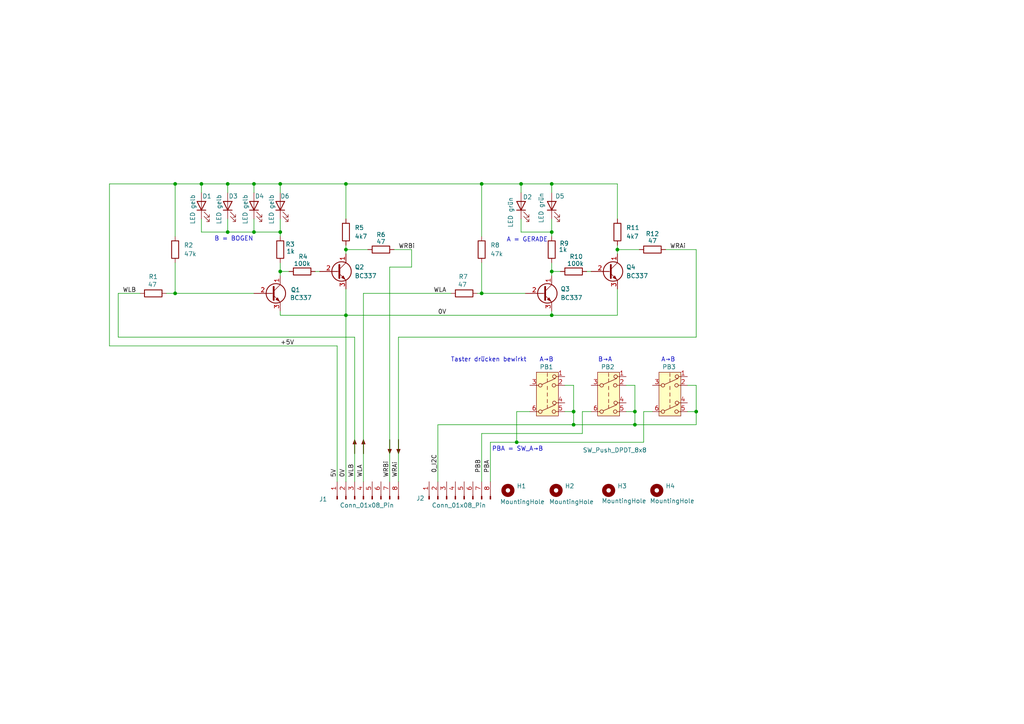
<source format=kicad_sch>
(kicad_sch (version 20231120) (generator "eeschema") (generator_version "8.0")
  (paper "A4")
  (title_block (date "2024-11-24"))
  (lib_symbols
    (symbol "Connector:Conn_01x08_Pin" (pin_names (offset 1.016) hide)
      (property "Reference" "J" (at 0 10.16 0))
      (property "Value" "Conn_01x08_Pin" (at 0 -12.7 0))
      (symbol "Conn_01x08_Pin_1_1"
        (polyline (pts (xy 1.27 -10.16) (xy 0.8636 -10.16)) (stroke (width 0.1524)))
        (polyline (pts (xy 1.27 -7.62) (xy 0.8636 -7.62)) (stroke (width 0.1524)))
        (polyline (pts (xy 1.27 -5.08) (xy 0.8636 -5.08)) (stroke (width 0.1524)))
        (polyline (pts (xy 1.27 -2.54) (xy 0.8636 -2.54)) (stroke (width 0.1524)))
        (polyline (pts (xy 1.27 0) (xy 0.8636 0)) (stroke (width 0.1524)))
        (polyline (pts (xy 1.27 2.54) (xy 0.8636 2.54)) (stroke (width 0.1524)))
        (polyline (pts (xy 1.27 5.08) (xy 0.8636 5.08)) (stroke (width 0.1524)))
        (polyline (pts (xy 1.27 7.62) (xy 0.8636 7.62)) (stroke (width 0.1524)))
        (rectangle (start 0.8636 -10.033) (end 0 -10.287) (stroke (width 0.1524)) (fill (type outline)))
        (rectangle (start 0.8636 -7.493) (end 0 -7.747) (stroke (width 0.1524)) (fill (type outline)))
        (rectangle (start 0.8636 -4.953) (end 0 -5.207) (stroke (width 0.1524)) (fill (type outline)))
        (rectangle (start 0.8636 -2.413) (end 0 -2.667) (stroke (width 0.1524)) (fill (type outline)))
        (rectangle (start 0.8636 0.127) (end 0 -0.127) (stroke (width 0.1524)) (fill (type outline)))
        (rectangle (start 0.8636 2.667) (end 0 2.413) (stroke (width 0.1524)) (fill (type outline)))
        (rectangle (start 0.8636 5.207) (end 0 4.953) (stroke (width 0.1524)) (fill (type outline)))
        (rectangle (start 0.8636 7.747) (end 0 7.493) (stroke (width 0.1524)) (fill (type outline)))
        (pin passive line (at 5.08 7.62 180) (length 3.81) (name "Pin_1") (number "1"))
        (pin passive line (at 5.08 5.08 180) (length 3.81) (name "Pin_2") (number "2"))
        (pin passive line (at 5.08 2.54 180) (length 3.81) (name "Pin_3") (number "3"))
        (pin passive line (at 5.08 0 180) (length 3.81) (name "Pin_4") (number "4"))
        (pin passive line (at 5.08 -2.54 180) (length 3.81) (name "Pin_5") (number "5"))
        (pin passive line (at 5.08 -5.08 180) (length 3.81) (name "Pin_6") (number "6"))
        (pin passive line (at 5.08 -7.62 180) (length 3.81) (name "Pin_7") (number "7"))
        (pin passive line (at 5.08 -10.16 180) (length 3.81) (name "Pin_8") (number "8"))
      )
    )
    (symbol "Device:LED" (pin_numbers hide) (pin_names (offset 1.016) hide)
      (property "Reference" "D" (at 0 2.54 0))
      (property "Value" "LED" (at 0 -2.54 0))
      (symbol "LED_0_1"
        (polyline (pts (xy -1.27 -1.27) (xy -1.27 1.27)) (stroke (width 0.254)))
        (polyline (pts (xy -1.27 0) (xy 1.27 0)))
        (polyline (pts (xy 1.27 -1.27) (xy 1.27 1.27) (xy -1.27 0) (xy 1.27 -1.27)) (stroke (width 0.254)))
        (polyline (pts (xy -3.048 -0.762) (xy -4.572 -2.286) (xy -3.81 -2.286) (xy -4.572 -2.286) (xy -4.572 -1.524)))
        (polyline (pts (xy -1.778 -0.762) (xy -3.302 -2.286) (xy -2.54 -2.286) (xy -3.302 -2.286) (xy -3.302 -1.524)))
      )
      (symbol "LED_1_1"
        (pin passive line (at -3.81 0 0) (length 2.54) (name "K") (number "1"))
        (pin passive line (at 3.81 0 180) (length 2.54) (name "A") (number "2"))
      )
    )
    (symbol "Device:R" (pin_numbers hide) (pin_names (offset 0))
      (property "Reference" "R" (at 2.032 0 90))
      (property "Value" "R" (at 0 0 90))
      (symbol "R_0_1"
        (rectangle (start -1.016 -2.54) (end 1.016 2.54) (stroke (width 0.254)))
      )
      (symbol "R_1_1"
        (pin passive line (at 0 3.81 270) (length 1.27) (name "~") (number "1"))
        (pin passive line (at 0 -3.81 90) (length 1.27) (name "~") (number "2"))
      )
    )
    (symbol "Graphic:SYM_Arrow_Small" (in_bom no) (on_board no)
      (symbol "SYM_Arrow_Small_0_1"
        (polyline (pts (xy 1.524 0) (xy -2.032 0)) (stroke (width 0.254)))
        (polyline (pts (xy 2.032 0) (xy 0.762 -0.508) (xy 0.762 0.508) (xy 2.032 0)) (fill (type outline)))
      )
    )
    (symbol "Transistor_BJT:BC337" (pin_names (offset 0) hide)
      (property "Reference" "Q" (at 5.08 1.905 0))
      (property "Value" "BC337" (at 5.08 0 0))
      (symbol "BC337_0_1"
        (polyline (pts (xy 0 0) (xy 0.635 0)))
        (polyline (pts (xy 0.635 0.635) (xy 2.54 2.54)))
        (polyline (pts (xy 0.635 -0.635) (xy 2.54 -2.54) (xy 2.54 -2.54)))
        (polyline (pts (xy 0.635 1.905) (xy 0.635 -1.905) (xy 0.635 -1.905)) (stroke (width 0.508)))
        (polyline (pts (xy 1.27 -1.778) (xy 1.778 -1.27) (xy 2.286 -2.286) (xy 1.27 -1.778) (xy 1.27 -1.778)) (fill (type outline)))
        (circle (center 1.27 0) (radius 2.8194) (stroke (width 0.254)))
      )
      (symbol "BC337_1_1"
        (pin passive line (at 2.54 5.08 270) (length 2.54) (name "C") (number "1"))
        (pin input line (at -5.08 0 0) (length 5.08) (name "B") (number "2"))
        (pin passive line (at 2.54 -5.08 90) (length 2.54) (name "E") (number "3"))
      )
    )
    (symbol "_kh_library:MountingHole" (pin_names (offset 1.016)) (exclude_from_sim yes) (in_bom no)
      (property "Reference" "H" (at 0 5.08 0))
      (property "Value" "MountingHole" (at 0 3.175 0))
      (symbol "MountingHole_0_1"
        (circle (center 0 0) (radius 1.27) (stroke (width 1.27)))
      )
    )
    (symbol "_kh_library:SW_Push_DPDT_8x8" (pin_names (offset 0) hide)
      (property "Reference" "SW" (at 0 10.16 0))
      (property "Value" "SW_Push_DPDT_8x8" (at -0.254 -5.08 0))
      (symbol "SW_Push_DPDT_8x8_0_0"
        (circle (center -2.032 -2.54) (radius 0.508))
        (circle (center -2.032 5.08) (radius 0.508))
        (circle (center 1.905 -2.54) (radius 0.508))
        (circle (center 1.905 5.08) (radius 0.508))
      )
      (symbol "SW_Push_DPDT_8x8_0_1"
        (polyline (pts (xy -1.524 -2.286) (xy 2.3368 -0.5588)))
        (polyline (pts (xy -1.524 5.334) (xy 2.3368 7.0612)))
        (polyline (pts (xy 0 -0.635) (xy 0 -1.524)))
        (polyline (pts (xy 0 0) (xy 0 1.016)))
        (polyline (pts (xy 0 1.905) (xy 0 2.921)))
        (polyline (pts (xy 0 6.985) (xy 0 6.096)))
        (circle (center 2.032 0) (radius 0.508))
        (circle (center 2.032 7.62) (radius 0.508))
      )
      (symbol "SW_Push_DPDT_8x8_1_1"
        (rectangle (start -3.175 8.89) (end 3.175 -3.81) (fill (type background)))
        (polyline (pts (xy 0 3.81) (xy 0 4.826)))
        (polyline (pts (xy 0 7.62) (xy 0 8.636)))
        (pin passive line (at 5.08 7.62 180) (length 2.54) (name "A") (number "1"))
        (pin passive line (at 5.08 5.08 180) (length 2.54) (name "B") (number "2"))
        (pin passive line (at -5.08 5.08 0) (length 2.54) (name "C") (number "3"))
        (pin passive line (at 5.08 0 180) (length 2.54) (name "A") (number "4"))
        (pin passive line (at 5.08 -2.54 180) (length 2.54) (name "B") (number "5"))
        (pin passive line (at -5.08 -2.54 0) (length 2.54) (name "C") (number "6"))
      )
    )
  )
  (junction (at 100.33 91.44))
  (junction (at 81.28 78.74))
  (junction (at 149.86 128.27))
  (junction (at 100.33 72.39))
  (junction (at 100.33 53.34))
  (junction (at 58.42 53.34))
  (junction (at 184.15 123.19))
  (junction (at 50.8 53.34))
  (junction (at 81.28 67.31))
  (junction (at 201.93 119.38))
  (junction (at 81.28 53.34))
  (junction (at 139.7 53.34))
  (junction (at 160.02 53.34))
  (junction (at 166.37 123.19))
  (junction (at 66.04 67.31))
  (junction (at 160.02 67.31))
  (junction (at 50.8 85.09))
  (junction (at 73.66 67.31))
  (junction (at 139.7 85.09))
  (junction (at 66.04 53.34))
  (junction (at 184.15 119.38))
  (junction (at 166.37 119.38))
  (junction (at 179.07 72.39))
  (junction (at 160.02 91.44))
  (junction (at 73.66 53.34))
  (junction (at 151.13 53.34))
  (junction (at 160.02 78.74))
  (wire (pts (xy 151.13 53.34) (xy 160.02 53.34)))
  (wire (pts (xy 81.28 91.44) (xy 100.33 91.44)))
  (wire (pts (xy 34.29 97.79) (xy 34.29 85.09)))
  (wire (pts (xy 139.7 125.73) (xy 139.7 139.7)))
  (wire (pts (xy 58.42 53.34) (xy 66.04 53.34)))
  (wire (pts (xy 139.7 85.09) (xy 152.4 85.09)))
  (wire (pts (xy 160.02 91.44) (xy 179.07 91.44)))
  (wire (pts (xy 179.07 72.39) (xy 185.42 72.39)))
  (wire (pts (xy 163.83 119.38) (xy 166.37 119.38)))
  (wire (pts (xy 139.7 76.2) (xy 139.7 85.09)))
  (wire (pts (xy 179.07 53.34) (xy 179.07 63.5)))
  (wire (pts (xy 119.38 72.39) (xy 114.3 72.39)))
  (wire (pts (xy 113.03 77.47) (xy 119.38 77.47)))
  (wire (pts (xy 160.02 63.5) (xy 160.02 67.31)))
  (wire (pts (xy 73.66 53.34) (xy 73.66 55.88)))
  (wire (pts (xy 186.69 119.38) (xy 186.69 128.27)))
  (wire (pts (xy 184.15 111.76) (xy 181.61 111.76)))
  (wire (pts (xy 166.37 111.76) (xy 163.83 111.76)))
  (wire (pts (xy 179.07 72.39) (xy 179.07 73.66)))
  (wire (pts (xy 50.8 85.09) (xy 73.66 85.09)))
  (wire (pts (xy 97.79 100.33) (xy 97.79 139.7)))
  (wire (pts (xy 168.91 119.38) (xy 168.91 125.73)))
  (wire (pts (xy 58.42 63.5) (xy 58.42 67.31)))
  (wire (pts (xy 81.28 53.34) (xy 100.33 53.34)))
  (wire (pts (xy 181.61 119.38) (xy 184.15 119.38)))
  (wire (pts (xy 170.18 78.74) (xy 171.45 78.74)))
  (wire (pts (xy 31.75 53.34) (xy 50.8 53.34)))
  (wire (pts (xy 100.33 72.39) (xy 100.33 73.66)))
  (wire (pts (xy 160.02 76.2) (xy 160.02 78.74)))
  (wire (pts (xy 81.28 91.44) (xy 81.28 90.17)))
  (wire (pts (xy 100.33 72.39) (xy 106.68 72.39)))
  (wire (pts (xy 142.24 128.27) (xy 142.24 139.7)))
  (wire (pts (xy 100.33 91.44) (xy 160.02 91.44)))
  (wire (pts (xy 58.42 55.88) (xy 58.42 53.34)))
  (wire (pts (xy 201.93 119.38) (xy 201.93 123.19)))
  (wire (pts (xy 73.66 63.5) (xy 73.66 67.31)))
  (wire (pts (xy 100.33 71.12) (xy 100.33 72.39)))
  (wire (pts (xy 160.02 78.74) (xy 162.56 78.74)))
  (wire (pts (xy 115.57 97.79) (xy 115.57 139.7)))
  (wire (pts (xy 127 123.19) (xy 166.37 123.19)))
  (wire (pts (xy 166.37 111.76) (xy 166.37 119.38)))
  (wire (pts (xy 149.86 128.27) (xy 186.69 128.27)))
  (wire (pts (xy 166.37 123.19) (xy 184.15 123.19)))
  (wire (pts (xy 66.04 53.34) (xy 73.66 53.34)))
  (wire (pts (xy 91.44 78.74) (xy 92.71 78.74)))
  (wire (pts (xy 58.42 67.31) (xy 66.04 67.31)))
  (wire (pts (xy 50.8 53.34) (xy 58.42 53.34)))
  (wire (pts (xy 100.33 91.44) (xy 100.33 139.7)))
  (wire (pts (xy 73.66 53.34) (xy 81.28 53.34)))
  (wire (pts (xy 31.75 100.33) (xy 31.75 53.34)))
  (wire (pts (xy 201.93 111.76) (xy 199.39 111.76)))
  (wire (pts (xy 66.04 67.31) (xy 73.66 67.31)))
  (wire (pts (xy 127 139.7) (xy 127 123.19)))
  (wire (pts (xy 81.28 78.74) (xy 81.28 80.01)))
  (wire (pts (xy 184.15 119.38) (xy 184.15 111.76)))
  (wire (pts (xy 166.37 119.38) (xy 166.37 123.19)))
  (wire (pts (xy 153.67 119.38) (xy 149.86 119.38)))
  (wire (pts (xy 201.93 119.38) (xy 201.93 111.76)))
  (wire (pts (xy 160.02 53.34) (xy 179.07 53.34)))
  (wire (pts (xy 138.43 85.09) (xy 139.7 85.09)))
  (wire (pts (xy 100.33 53.34) (xy 139.7 53.34)))
  (wire (pts (xy 50.8 53.34) (xy 50.8 68.58)))
  (wire (pts (xy 48.26 85.09) (xy 50.8 85.09)))
  (wire (pts (xy 105.41 85.09) (xy 105.41 139.7)))
  (wire (pts (xy 189.23 119.38) (xy 186.69 119.38)))
  (wire (pts (xy 34.29 97.79) (xy 102.87 97.79)))
  (wire (pts (xy 34.29 85.09) (xy 40.64 85.09)))
  (wire (pts (xy 102.87 97.79) (xy 102.87 139.7)))
  (wire (pts (xy 184.15 119.38) (xy 184.15 123.19)))
  (wire (pts (xy 151.13 63.5) (xy 151.13 67.31)))
  (wire (pts (xy 151.13 53.34) (xy 151.13 55.88)))
  (wire (pts (xy 142.24 128.27) (xy 149.86 128.27)))
  (wire (pts (xy 119.38 77.47) (xy 119.38 72.39)))
  (wire (pts (xy 151.13 67.31) (xy 160.02 67.31)))
  (wire (pts (xy 105.41 85.09) (xy 130.81 85.09)))
  (wire (pts (xy 139.7 53.34) (xy 151.13 53.34)))
  (wire (pts (xy 201.93 72.39) (xy 201.93 97.79)))
  (wire (pts (xy 160.02 67.31) (xy 160.02 68.58)))
  (wire (pts (xy 100.33 83.82) (xy 100.33 91.44)))
  (wire (pts (xy 160.02 78.74) (xy 160.02 80.01)))
  (wire (pts (xy 81.28 63.5) (xy 81.28 67.31)))
  (wire (pts (xy 81.28 67.31) (xy 81.28 68.58)))
  (wire (pts (xy 113.03 139.7) (xy 113.03 77.47)))
  (wire (pts (xy 31.75 100.33) (xy 97.79 100.33)))
  (wire (pts (xy 66.04 63.5) (xy 66.04 67.31)))
  (wire (pts (xy 66.04 55.88) (xy 66.04 53.34)))
  (wire (pts (xy 139.7 125.73) (xy 168.91 125.73)))
  (wire (pts (xy 149.86 119.38) (xy 149.86 128.27)))
  (wire (pts (xy 193.04 72.39) (xy 201.93 72.39)))
  (wire (pts (xy 160.02 91.44) (xy 160.02 90.17)))
  (wire (pts (xy 160.02 55.88) (xy 160.02 53.34)))
  (wire (pts (xy 81.28 55.88) (xy 81.28 53.34)))
  (wire (pts (xy 171.45 119.38) (xy 168.91 119.38)))
  (wire (pts (xy 184.15 123.19) (xy 201.93 123.19)))
  (wire (pts (xy 115.57 97.79) (xy 201.93 97.79)))
  (wire (pts (xy 73.66 67.31) (xy 81.28 67.31)))
  (wire (pts (xy 199.39 119.38) (xy 201.93 119.38)))
  (wire (pts (xy 50.8 76.2) (xy 50.8 85.09)))
  (wire (pts (xy 179.07 71.12) (xy 179.07 72.39)))
  (wire (pts (xy 179.07 83.82) (xy 179.07 91.44)))
  (wire (pts (xy 81.28 78.74) (xy 83.82 78.74)))
  (wire (pts (xy 81.28 76.2) (xy 81.28 78.74)))
  (wire (pts (xy 139.7 53.34) (xy 139.7 68.58)))
  (wire (pts (xy 100.33 53.34) (xy 100.33 63.5)))
  (text "PBA = SW_A→B" (at 150.114 130.302 0) (effects (font (size 1.27 1.27))))
  (text "A = GERADE" (at 152.908 69.596 0) (effects (font (size 1.27 1.27))))
  (text "A→B" (at 193.802 104.394 0) (effects (font (size 1.27 1.27))))
  (text "B→A" (at 175.514 104.394 0) (effects (font (size 1.27 1.27))))
  (text "B = BOGEN" (at 67.818 69.342 0) (effects (font (size 1.27 1.27))))
  (text "A→B" (at 158.496 104.394 0) (effects (font (size 1.27 1.27))))
  (text "Taster drücken bewirkt" (at 141.732 104.394 0) (effects (font (size 1.27 1.27))))
  (label "WRBi" (at 113.03 138.43 90))
  (label "5V" (at 97.79 138.43 90))
  (label "WLA" (at 125.73 85.09 0))
  (label "WLA" (at 105.41 138.43 90))
  (label "WLB" (at 35.56 85.09 0))
  (label "WRAi" (at 115.57 138.43 90))
  (label "PBA" (at 142.24 137.16 90))
  (label "WRBi" (at 115.57 72.39 0))
  (label "WLB" (at 102.87 138.43 90))
  (label "+5V" (at 81.28 100.33 0))
  (label "0_I2C" (at 127 137.16 90))
  (label "WRAi" (at 194.31 72.39 0))
  (label "0V" (at 127 91.44 0))
  (label "PBB" (at 139.7 137.16 90))
  (label "0V" (at 100.33 138.43 90))
  (symbol (lib_id "_kh_library:SW_Push_DPDT_8x8") (at 176.53 116.84 0) (unit 1)
    (property "Reference" "PB2" (at 176.276 106.426 0))
    (property "Value" "SW_Push_DPDT_8x8" (at 178.308 130.556 0))
    (property "Footprint" "_kh_library:SW_Push_DPDT_8x8" (effects (hide yes)))
    (property "Description" "Taster_2xUM" (effects (hide yes)))
  )
  (symbol (lib_id "Device:R") (at 81.28 72.39 0) (unit 1)
    (property "Reference" "R3" (at 82.804 70.866 0) (effects (justify left)))
    (property "Value" "1k" (at 83.058 72.898 0) (effects (justify left)))
    (property "Footprint" "Resistor_THT:R_Axial_DIN0204_L3.6mm_D1.6mm_P2.54mm_Vertical" (effects (hide yes)))
  )
  (symbol (lib_id "Device:R") (at 87.63 78.74 90) (unit 1)
    (property "Reference" "R4" (at 87.884 74.422 90))
    (property "Value" "100k" (at 87.63 76.454 90))
    (property "Footprint" "Resistor_THT:R_Axial_DIN0204_L3.6mm_D1.6mm_P2.54mm_Vertical" (effects (hide yes)))
  )
  (symbol (lib_id "Device:LED") (at 81.28 59.69 90) (unit 1)
    (property "Reference" "D6" (at 81.28 56.896 90) (effects (justify right)))
    (property "Value" "LED gelb" (at 78.74 56.388 0) (effects (justify right)))
    (property "Footprint" "LED_THT:LED_D3.0mm" (effects (hide yes)))
  )
  (symbol (lib_id "Device:R") (at 166.37 78.74 90) (unit 1)
    (property "Reference" "R10" (at 167.132 74.422 90))
    (property "Value" "100k" (at 166.878 76.454 90))
    (property "Footprint" "_kh_library:R_Axial_DIN0204_L3.6mm_D1.6mm_P2.54mm_Vertical_kh" (effects (hide yes)))
  )
  (symbol (lib_id "Device:LED") (at 160.02 59.69 90) (unit 1)
    (property "Reference" "D5" (at 161.036 56.896 90) (effects (justify right)))
    (property "Value" "LED grün" (at 156.972 55.88 0) (effects (justify right)))
    (property "Footprint" "LED_THT:LED_D3.0mm" (effects (hide yes)))
  )
  (symbol (lib_id "Device:R") (at 160.02 72.39 0) (unit 1)
    (property "Reference" "R9" (at 162.306 70.612 0) (effects (justify left)))
    (property "Value" "1k" (at 162.052 72.39 0) (effects (justify left)))
    (property "Footprint" "Resistor_THT:R_Axial_DIN0204_L3.6mm_D1.6mm_P2.54mm_Vertical" (effects (hide yes)))
  )
  (symbol (lib_id "Device:R") (at 179.07 67.31 0) (unit 1)
    (property "Reference" "R11" (at 181.61 66.0399 0) (effects (justify left)))
    (property "Value" "4k7" (at 181.61 68.5799 0) (effects (justify left)))
    (property "Footprint" "Resistor_THT:R_Axial_DIN0204_L3.6mm_D1.6mm_P2.54mm_Vertical" (effects (hide yes)))
  )
  (symbol (lib_id "Device:LED") (at 58.42 59.69 90) (unit 1)
    (property "Reference" "D1" (at 58.674 56.896 90) (effects (justify right)))
    (property "Value" "LED gelb" (at 55.88 56.388 0) (effects (justify right)))
    (property "Footprint" "LED_THT:LED_D3.0mm" (effects (hide yes)))
  )
  (symbol (lib_id "Device:R") (at 50.8 72.39 180) (unit 1)
    (property "Reference" "R2" (at 53.34 71.12 0) (effects (justify right)))
    (property "Value" "47k" (at 53.34 73.66 0) (effects (justify right)))
    (property "Footprint" "Resistor_THT:R_Axial_DIN0204_L3.6mm_D1.6mm_P2.54mm_Vertical" (effects (hide yes)))
  )
  (symbol (lib_id "Device:R") (at 44.45 85.09 270) (unit 1)
    (property "Reference" "R1" (at 44.45 80.264 90))
    (property "Value" "47" (at 44.196 82.55 90))
    (property "Footprint" "_kh_library:R_Axial_DIN0204_L3.6mm_D1.6mm_P3.81mm_Vertical_kh" (effects (hide yes)))
  )
  (symbol (lib_id "_kh_library:MountingHole") (at 147.32 142.24 0) (unit 1) (exclude_from_sim yes) (in_bom no)
    (property "Reference" "H1" (at 149.86 140.9699 0) (effects (justify left)))
    (property "Value" "MountingHole" (at 145.034 145.542 0) (effects (justify left)))
    (property "Footprint" "_kh_library:MountingHole_2.2mm_M2_Pad_TopBottom_kh" (effects (hide yes)))
    (property "Description" "Mounting Hole without connection" (effects (hide yes)))
  )
  (symbol (lib_id "Device:R") (at 110.49 72.39 90) (unit 1)
    (property "Reference" "R6" (at 110.49 68.072 90))
    (property "Value" "47" (at 110.49 70.104 90))
    (property "Footprint" "Resistor_THT:R_Axial_DIN0204_L3.6mm_D1.6mm_P2.54mm_Vertical" (effects (hide yes)))
  )
  (symbol (lib_id "_kh_library:SW_Push_DPDT_8x8") (at 194.31 116.84 0) (unit 1)
    (property "Reference" "PB3" (at 194.056 106.426 0))
    (property "Value" "SW_Push_DPDT_8x8" (effects (hide yes)))
    (property "Footprint" "_kh_library:SW_Push_DPDT_8x8" (effects (hide yes)))
    (property "Description" "Taster_2xUM" (effects (hide yes)))
  )
  (symbol (lib_id "Device:LED") (at 151.13 59.69 90) (unit 1)
    (property "Reference" "D2" (at 151.638 57.15 90) (effects (justify right)))
    (property "Value" "LED grün" (at 148.082 57.15 0) (effects (justify right)))
    (property "Footprint" "LED_THT:LED_D3.0mm" (effects (hide yes)))
  )
  (symbol (lib_id "Transistor_BJT:BC337") (at 78.74 85.09 0) (unit 1)
    (property "Reference" "Q1" (at 84.328 84.074 0) (effects (justify left)))
    (property "Value" "BC337" (at 84.074 86.36 0) (effects (justify left)))
    (property "Footprint" "_kh_library:TO-92_Inline_Wide_custom" (effects (hide yes)))
    (property "Datasheet" "https://diotec.com/tl_files/diotec/files/pdf/datasheets/bc337.pdf" (effects (hide yes)))
  )
  (symbol (lib_id "Transistor_BJT:BC337") (at 176.53 78.74 0) (unit 1)
    (property "Reference" "Q4" (at 181.61 77.4699 0) (effects (justify left)))
    (property "Value" "BC337" (at 181.61 80.0099 0) (effects (justify left)))
    (property "Footprint" "_kh_library:TO-92_Inline_Wide_custom" (effects (hide yes)))
    (property "Datasheet" "https://diotec.com/tl_files/diotec/files/pdf/datasheets/bc337.pdf" (effects (hide yes)))
  )
  (symbol (lib_id "Graphic:SYM_Arrow_Small") (at 115.57 129.54 270) (unit 1) (exclude_from_sim yes) (in_bom no) (on_board no)
    (property "Reference" "#SYM3" (effects (hide yes)))
    (property "Value" "SYM_Arrow_Small" (effects (hide yes)))
    (property "Description" "Filled arrow, 160mil" (effects (hide yes)))
  )
  (symbol (lib_id "_kh_library:MountingHole") (at 176.53 142.24 0) (unit 1) (exclude_from_sim yes) (in_bom no)
    (property "Reference" "H3" (at 179.07 140.9699 0) (effects (justify left)))
    (property "Value" "MountingHole" (at 174.498 145.288 0) (effects (justify left)))
    (property "Footprint" "_kh_library:MountingHole_2.2mm_M2_Pad_TopBottom_kh" (effects (hide yes)))
    (property "Description" "Mounting Hole without connection" (effects (hide yes)))
  )
  (symbol (lib_id "_kh_library:MountingHole") (at 161.29 142.24 0) (unit 1) (exclude_from_sim yes) (in_bom no)
    (property "Reference" "H2" (at 163.83 140.9699 0) (effects (justify left)))
    (property "Value" "MountingHole" (at 159.258 145.542 0) (effects (justify left)))
    (property "Footprint" "_kh_library:MountingHole_2.2mm_M2_Pad_TopBottom_kh" (effects (hide yes)))
    (property "Description" "Mounting Hole without connection" (effects (hide yes)))
  )
  (symbol (lib_id "_kh_library:MountingHole") (at 190.5 142.24 0) (unit 1) (exclude_from_sim yes) (in_bom no)
    (property "Reference" "H4" (at 193.04 140.9699 0) (effects (justify left)))
    (property "Value" "MountingHole" (at 188.468 145.288 0) (effects (justify left)))
    (property "Footprint" "_kh_library:MountingHole_2.2mm_M2_Pad_TopBottom_kh" (effects (hide yes)))
    (property "Description" "Mounting Hole without connection" (effects (hide yes)))
  )
  (symbol (lib_id "Transistor_BJT:BC337") (at 157.48 85.09 0) (unit 1)
    (property "Reference" "Q3" (at 162.56 83.82 0) (effects (justify left)))
    (property "Value" "BC337" (at 162.56 86.36 0) (effects (justify left)))
    (property "Footprint" "_kh_library:TO-92_Inline_Wide_custom" (effects (hide yes)))
    (property "Datasheet" "https://diotec.com/tl_files/diotec/files/pdf/datasheets/bc337.pdf" (effects (hide yes)))
  )
  (symbol (lib_id "Connector:Conn_01x08_Pin") (at 132.08 144.78 90) (unit 1)
    (property "Reference" "J2" (at 121.92 144.526 90))
    (property "Value" "Conn_01x08_Pin" (at 133.096 146.558 90))
    (property "Footprint" "_kh_library:PinSocket_1x08_P2.54mm_Vertical_kh" (effects (hide yes)))
    (property "Description" "Generic connector, single row, 01x08, script generated" (effects (hide yes)))
  )
  (symbol (lib_id "Graphic:SYM_Arrow_Small") (at 113.03 129.54 270) (unit 1) (exclude_from_sim yes) (in_bom no) (on_board no)
    (property "Reference" "#SYM2" (effects (hide yes)))
    (property "Value" "SYM_Arrow_Small" (effects (hide yes)))
    (property "Description" "Filled arrow, 160mil" (effects (hide yes)))
  )
  (symbol (lib_id "Device:LED") (at 73.66 59.69 90) (unit 1)
    (property "Reference" "D4" (at 73.914 56.896 90) (effects (justify right)))
    (property "Value" "LED gelb" (at 71.12 56.388 0) (effects (justify right)))
    (property "Footprint" "LED_THT:LED_D3.0mm" (effects (hide yes)))
  )
  (symbol (lib_id "Device:LED") (at 66.04 59.69 90) (unit 1)
    (property "Reference" "D3" (at 66.294 56.896 90) (effects (justify right)))
    (property "Value" "LED gelb" (at 63.5 56.388 0) (effects (justify right)))
    (property "Footprint" "LED_THT:LED_D3.0mm" (effects (hide yes)))
  )
  (symbol (lib_id "Device:R") (at 189.23 72.39 90) (unit 1)
    (property "Reference" "R12" (at 189.23 67.818 90))
    (property "Value" "47" (at 189.23 69.85 90))
    (property "Footprint" "_kh_library:R_Axial_DIN0204_L3.6mm_D1.6mm_P3.81mm_Vertical_kh" (effects (hide yes)))
  )
  (symbol (lib_id "Device:R") (at 134.62 85.09 270) (unit 1)
    (property "Reference" "R7" (at 134.366 80.264 90))
    (property "Value" "47" (at 134.112 82.55 90))
    (property "Footprint" "_kh_library:R_Axial_DIN0204_L3.6mm_D1.6mm_P2.54mm_Vertical_kh" (effects (hide yes)))
  )
  (symbol (lib_id "Transistor_BJT:BC337") (at 97.79 78.74 0) (unit 1)
    (property "Reference" "Q2" (at 102.87 77.47 0) (effects (justify left)))
    (property "Value" "BC337" (at 102.87 80.01 0) (effects (justify left)))
    (property "Footprint" "_kh_library:TO-92_Inline_Wide_custom" (effects (hide yes)))
    (property "Datasheet" "https://diotec.com/tl_files/diotec/files/pdf/datasheets/bc337.pdf" (effects (hide yes)))
  )
  (symbol (lib_id "Graphic:SYM_Arrow_Small") (at 102.87 129.54 90) (unit 1) (exclude_from_sim yes) (in_bom no) (on_board no)
    (property "Reference" "#SYM4" (effects (hide yes)))
    (property "Value" "SYM_Arrow_Small" (effects (hide yes)))
    (property "Description" "Filled arrow, 160mil" (effects (hide yes)))
  )
  (symbol (lib_id "_kh_library:SW_Push_DPDT_8x8") (at 158.75 116.84 0) (unit 1)
    (property "Reference" "PB1" (at 158.496 106.426 0))
    (property "Value" "SW_Push_DPDT_8x8" (effects (hide yes)))
    (property "Footprint" "_kh_library:SW_Push_DPDT_8x8" (effects (hide yes)))
    (property "Description" "Taster_2xUM" (effects (hide yes)))
  )
  (symbol (lib_id "Device:R") (at 100.33 67.31 0) (unit 1)
    (property "Reference" "R5" (at 102.87 66.04 0) (effects (justify left)))
    (property "Value" "4k7" (at 102.87 68.58 0) (effects (justify left)))
    (property "Footprint" "Resistor_THT:R_Axial_DIN0204_L3.6mm_D1.6mm_P2.54mm_Vertical" (effects (hide yes)))
  )
  (symbol (lib_id "Device:R") (at 139.7 72.39 180) (unit 1)
    (property "Reference" "R8" (at 142.24 71.1199 0) (effects (justify right)))
    (property "Value" "47k" (at 142.24 73.6599 0) (effects (justify right)))
    (property "Footprint" "Resistor_THT:R_Axial_DIN0204_L3.6mm_D1.6mm_P2.54mm_Vertical" (effects (hide yes)))
  )
  (symbol (lib_id "Connector:Conn_01x08_Pin") (at 105.41 144.78 90) (unit 1)
    (property "Reference" "J1" (at 93.726 144.78 90))
    (property "Value" "Conn_01x08_Pin" (at 106.426 146.558 90))
    (property "Footprint" "_kh_library:PinSocket_1x08_P2.54mm_Vertical_kh" (effects (hide yes)))
    (property "Description" "Generic connector, single row, 01x08, script generated" (effects (hide yes)))
  )
  (symbol (lib_id "Graphic:SYM_Arrow_Small") (at 105.41 129.54 90) (unit 1) (exclude_from_sim yes) (in_bom no) (on_board no)
    (property "Reference" "#SYM5" (effects (hide yes)))
    (property "Value" "SYM_Arrow_Small" (effects (hide yes)))
    (property "Description" "Filled arrow, 160mil" (effects (hide yes)))
  )
)
</source>
